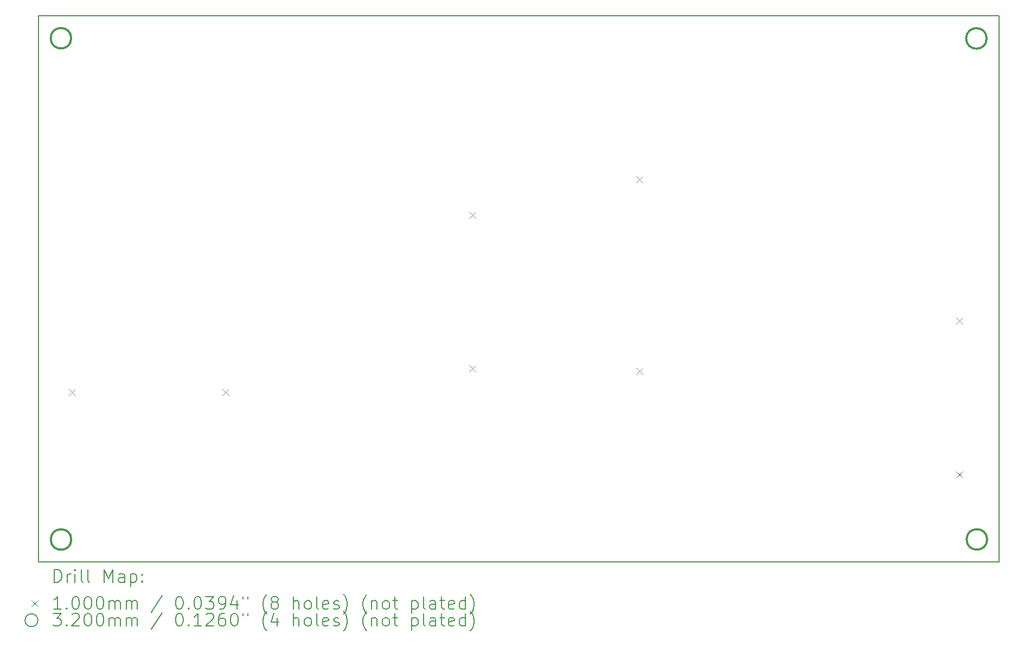
<source format=gbr>
%TF.GenerationSoftware,KiCad,Pcbnew,(6.0.9)*%
%TF.CreationDate,2022-12-05T20:21:47+01:00*%
%TF.ProjectId,projekt,70726f6a-656b-4742-9e6b-696361645f70,rev?*%
%TF.SameCoordinates,Original*%
%TF.FileFunction,Drillmap*%
%TF.FilePolarity,Positive*%
%FSLAX45Y45*%
G04 Gerber Fmt 4.5, Leading zero omitted, Abs format (unit mm)*
G04 Created by KiCad (PCBNEW (6.0.9)) date 2022-12-05 20:21:47*
%MOMM*%
%LPD*%
G01*
G04 APERTURE LIST*
%ADD10C,0.150000*%
%ADD11C,0.200000*%
%ADD12C,0.100000*%
%ADD13C,0.320000*%
G04 APERTURE END LIST*
D10*
X2000000Y-2000000D02*
X17000000Y-2000000D01*
X17000000Y-2000000D02*
X17000000Y-10533000D01*
X17000000Y-10533000D02*
X2000000Y-10533000D01*
X2000000Y-10533000D02*
X2000000Y-2000000D01*
D11*
D12*
X2474480Y-7833860D02*
X2574480Y-7933860D01*
X2574480Y-7833860D02*
X2474480Y-7933860D01*
X4874480Y-7833860D02*
X4974480Y-7933860D01*
X4974480Y-7833860D02*
X4874480Y-7933860D01*
X8728000Y-5063400D02*
X8828000Y-5163400D01*
X8828000Y-5063400D02*
X8728000Y-5163400D01*
X8728000Y-7463400D02*
X8828000Y-7563400D01*
X8828000Y-7463400D02*
X8728000Y-7563400D01*
X11332000Y-4503400D02*
X11432000Y-4603400D01*
X11432000Y-4503400D02*
X11332000Y-4603400D01*
X11332000Y-7503400D02*
X11432000Y-7603400D01*
X11432000Y-7503400D02*
X11332000Y-7603400D01*
X16328000Y-6714600D02*
X16428000Y-6814600D01*
X16428000Y-6714600D02*
X16328000Y-6814600D01*
X16328000Y-9114600D02*
X16428000Y-9214600D01*
X16428000Y-9114600D02*
X16328000Y-9214600D01*
D13*
X2513000Y-2350000D02*
G75*
G03*
X2513000Y-2350000I-160000J0D01*
G01*
X2514580Y-10182860D02*
G75*
G03*
X2514580Y-10182860I-160000J0D01*
G01*
X16804000Y-2353000D02*
G75*
G03*
X16804000Y-2353000I-160000J0D01*
G01*
X16811000Y-10181000D02*
G75*
G03*
X16811000Y-10181000I-160000J0D01*
G01*
D11*
X2250119Y-10850976D02*
X2250119Y-10650976D01*
X2297738Y-10650976D01*
X2326310Y-10660500D01*
X2345357Y-10679548D01*
X2354881Y-10698595D01*
X2364405Y-10736690D01*
X2364405Y-10765262D01*
X2354881Y-10803357D01*
X2345357Y-10822405D01*
X2326310Y-10841452D01*
X2297738Y-10850976D01*
X2250119Y-10850976D01*
X2450119Y-10850976D02*
X2450119Y-10717643D01*
X2450119Y-10755738D02*
X2459643Y-10736690D01*
X2469167Y-10727167D01*
X2488214Y-10717643D01*
X2507262Y-10717643D01*
X2573929Y-10850976D02*
X2573929Y-10717643D01*
X2573929Y-10650976D02*
X2564405Y-10660500D01*
X2573929Y-10670024D01*
X2583452Y-10660500D01*
X2573929Y-10650976D01*
X2573929Y-10670024D01*
X2697738Y-10850976D02*
X2678690Y-10841452D01*
X2669167Y-10822405D01*
X2669167Y-10650976D01*
X2802500Y-10850976D02*
X2783452Y-10841452D01*
X2773929Y-10822405D01*
X2773929Y-10650976D01*
X3031071Y-10850976D02*
X3031071Y-10650976D01*
X3097738Y-10793833D01*
X3164405Y-10650976D01*
X3164405Y-10850976D01*
X3345357Y-10850976D02*
X3345357Y-10746214D01*
X3335833Y-10727167D01*
X3316786Y-10717643D01*
X3278690Y-10717643D01*
X3259643Y-10727167D01*
X3345357Y-10841452D02*
X3326309Y-10850976D01*
X3278690Y-10850976D01*
X3259643Y-10841452D01*
X3250119Y-10822405D01*
X3250119Y-10803357D01*
X3259643Y-10784310D01*
X3278690Y-10774786D01*
X3326309Y-10774786D01*
X3345357Y-10765262D01*
X3440595Y-10717643D02*
X3440595Y-10917643D01*
X3440595Y-10727167D02*
X3459643Y-10717643D01*
X3497738Y-10717643D01*
X3516786Y-10727167D01*
X3526309Y-10736690D01*
X3535833Y-10755738D01*
X3535833Y-10812881D01*
X3526309Y-10831929D01*
X3516786Y-10841452D01*
X3497738Y-10850976D01*
X3459643Y-10850976D01*
X3440595Y-10841452D01*
X3621548Y-10831929D02*
X3631071Y-10841452D01*
X3621548Y-10850976D01*
X3612024Y-10841452D01*
X3621548Y-10831929D01*
X3621548Y-10850976D01*
X3621548Y-10727167D02*
X3631071Y-10736690D01*
X3621548Y-10746214D01*
X3612024Y-10736690D01*
X3621548Y-10727167D01*
X3621548Y-10746214D01*
D12*
X1892500Y-11130500D02*
X1992500Y-11230500D01*
X1992500Y-11130500D02*
X1892500Y-11230500D01*
D11*
X2354881Y-11270976D02*
X2240595Y-11270976D01*
X2297738Y-11270976D02*
X2297738Y-11070976D01*
X2278690Y-11099548D01*
X2259643Y-11118595D01*
X2240595Y-11128119D01*
X2440595Y-11251928D02*
X2450119Y-11261452D01*
X2440595Y-11270976D01*
X2431071Y-11261452D01*
X2440595Y-11251928D01*
X2440595Y-11270976D01*
X2573929Y-11070976D02*
X2592976Y-11070976D01*
X2612024Y-11080500D01*
X2621548Y-11090024D01*
X2631071Y-11109071D01*
X2640595Y-11147167D01*
X2640595Y-11194786D01*
X2631071Y-11232881D01*
X2621548Y-11251928D01*
X2612024Y-11261452D01*
X2592976Y-11270976D01*
X2573929Y-11270976D01*
X2554881Y-11261452D01*
X2545357Y-11251928D01*
X2535833Y-11232881D01*
X2526310Y-11194786D01*
X2526310Y-11147167D01*
X2535833Y-11109071D01*
X2545357Y-11090024D01*
X2554881Y-11080500D01*
X2573929Y-11070976D01*
X2764405Y-11070976D02*
X2783452Y-11070976D01*
X2802500Y-11080500D01*
X2812024Y-11090024D01*
X2821548Y-11109071D01*
X2831071Y-11147167D01*
X2831071Y-11194786D01*
X2821548Y-11232881D01*
X2812024Y-11251928D01*
X2802500Y-11261452D01*
X2783452Y-11270976D01*
X2764405Y-11270976D01*
X2745357Y-11261452D01*
X2735833Y-11251928D01*
X2726310Y-11232881D01*
X2716786Y-11194786D01*
X2716786Y-11147167D01*
X2726310Y-11109071D01*
X2735833Y-11090024D01*
X2745357Y-11080500D01*
X2764405Y-11070976D01*
X2954881Y-11070976D02*
X2973928Y-11070976D01*
X2992976Y-11080500D01*
X3002500Y-11090024D01*
X3012024Y-11109071D01*
X3021548Y-11147167D01*
X3021548Y-11194786D01*
X3012024Y-11232881D01*
X3002500Y-11251928D01*
X2992976Y-11261452D01*
X2973928Y-11270976D01*
X2954881Y-11270976D01*
X2935833Y-11261452D01*
X2926309Y-11251928D01*
X2916786Y-11232881D01*
X2907262Y-11194786D01*
X2907262Y-11147167D01*
X2916786Y-11109071D01*
X2926309Y-11090024D01*
X2935833Y-11080500D01*
X2954881Y-11070976D01*
X3107262Y-11270976D02*
X3107262Y-11137643D01*
X3107262Y-11156690D02*
X3116786Y-11147167D01*
X3135833Y-11137643D01*
X3164405Y-11137643D01*
X3183452Y-11147167D01*
X3192976Y-11166214D01*
X3192976Y-11270976D01*
X3192976Y-11166214D02*
X3202500Y-11147167D01*
X3221548Y-11137643D01*
X3250119Y-11137643D01*
X3269167Y-11147167D01*
X3278690Y-11166214D01*
X3278690Y-11270976D01*
X3373928Y-11270976D02*
X3373928Y-11137643D01*
X3373928Y-11156690D02*
X3383452Y-11147167D01*
X3402500Y-11137643D01*
X3431071Y-11137643D01*
X3450119Y-11147167D01*
X3459643Y-11166214D01*
X3459643Y-11270976D01*
X3459643Y-11166214D02*
X3469167Y-11147167D01*
X3488214Y-11137643D01*
X3516786Y-11137643D01*
X3535833Y-11147167D01*
X3545357Y-11166214D01*
X3545357Y-11270976D01*
X3935833Y-11061452D02*
X3764405Y-11318595D01*
X4192976Y-11070976D02*
X4212024Y-11070976D01*
X4231071Y-11080500D01*
X4240595Y-11090024D01*
X4250119Y-11109071D01*
X4259643Y-11147167D01*
X4259643Y-11194786D01*
X4250119Y-11232881D01*
X4240595Y-11251928D01*
X4231071Y-11261452D01*
X4212024Y-11270976D01*
X4192976Y-11270976D01*
X4173928Y-11261452D01*
X4164405Y-11251928D01*
X4154881Y-11232881D01*
X4145357Y-11194786D01*
X4145357Y-11147167D01*
X4154881Y-11109071D01*
X4164405Y-11090024D01*
X4173928Y-11080500D01*
X4192976Y-11070976D01*
X4345357Y-11251928D02*
X4354881Y-11261452D01*
X4345357Y-11270976D01*
X4335833Y-11261452D01*
X4345357Y-11251928D01*
X4345357Y-11270976D01*
X4478690Y-11070976D02*
X4497738Y-11070976D01*
X4516786Y-11080500D01*
X4526310Y-11090024D01*
X4535833Y-11109071D01*
X4545357Y-11147167D01*
X4545357Y-11194786D01*
X4535833Y-11232881D01*
X4526310Y-11251928D01*
X4516786Y-11261452D01*
X4497738Y-11270976D01*
X4478690Y-11270976D01*
X4459643Y-11261452D01*
X4450119Y-11251928D01*
X4440595Y-11232881D01*
X4431071Y-11194786D01*
X4431071Y-11147167D01*
X4440595Y-11109071D01*
X4450119Y-11090024D01*
X4459643Y-11080500D01*
X4478690Y-11070976D01*
X4612024Y-11070976D02*
X4735833Y-11070976D01*
X4669167Y-11147167D01*
X4697738Y-11147167D01*
X4716786Y-11156690D01*
X4726310Y-11166214D01*
X4735833Y-11185262D01*
X4735833Y-11232881D01*
X4726310Y-11251928D01*
X4716786Y-11261452D01*
X4697738Y-11270976D01*
X4640595Y-11270976D01*
X4621548Y-11261452D01*
X4612024Y-11251928D01*
X4831071Y-11270976D02*
X4869167Y-11270976D01*
X4888214Y-11261452D01*
X4897738Y-11251928D01*
X4916786Y-11223357D01*
X4926310Y-11185262D01*
X4926310Y-11109071D01*
X4916786Y-11090024D01*
X4907262Y-11080500D01*
X4888214Y-11070976D01*
X4850119Y-11070976D01*
X4831071Y-11080500D01*
X4821548Y-11090024D01*
X4812024Y-11109071D01*
X4812024Y-11156690D01*
X4821548Y-11175738D01*
X4831071Y-11185262D01*
X4850119Y-11194786D01*
X4888214Y-11194786D01*
X4907262Y-11185262D01*
X4916786Y-11175738D01*
X4926310Y-11156690D01*
X5097738Y-11137643D02*
X5097738Y-11270976D01*
X5050119Y-11061452D02*
X5002500Y-11204309D01*
X5126310Y-11204309D01*
X5192976Y-11070976D02*
X5192976Y-11109071D01*
X5269167Y-11070976D02*
X5269167Y-11109071D01*
X5564405Y-11347167D02*
X5554881Y-11337643D01*
X5535833Y-11309071D01*
X5526310Y-11290024D01*
X5516786Y-11261452D01*
X5507262Y-11213833D01*
X5507262Y-11175738D01*
X5516786Y-11128119D01*
X5526310Y-11099548D01*
X5535833Y-11080500D01*
X5554881Y-11051929D01*
X5564405Y-11042405D01*
X5669167Y-11156690D02*
X5650119Y-11147167D01*
X5640595Y-11137643D01*
X5631071Y-11118595D01*
X5631071Y-11109071D01*
X5640595Y-11090024D01*
X5650119Y-11080500D01*
X5669167Y-11070976D01*
X5707262Y-11070976D01*
X5726309Y-11080500D01*
X5735833Y-11090024D01*
X5745357Y-11109071D01*
X5745357Y-11118595D01*
X5735833Y-11137643D01*
X5726309Y-11147167D01*
X5707262Y-11156690D01*
X5669167Y-11156690D01*
X5650119Y-11166214D01*
X5640595Y-11175738D01*
X5631071Y-11194786D01*
X5631071Y-11232881D01*
X5640595Y-11251928D01*
X5650119Y-11261452D01*
X5669167Y-11270976D01*
X5707262Y-11270976D01*
X5726309Y-11261452D01*
X5735833Y-11251928D01*
X5745357Y-11232881D01*
X5745357Y-11194786D01*
X5735833Y-11175738D01*
X5726309Y-11166214D01*
X5707262Y-11156690D01*
X5983452Y-11270976D02*
X5983452Y-11070976D01*
X6069167Y-11270976D02*
X6069167Y-11166214D01*
X6059643Y-11147167D01*
X6040595Y-11137643D01*
X6012024Y-11137643D01*
X5992976Y-11147167D01*
X5983452Y-11156690D01*
X6192976Y-11270976D02*
X6173928Y-11261452D01*
X6164405Y-11251928D01*
X6154881Y-11232881D01*
X6154881Y-11175738D01*
X6164405Y-11156690D01*
X6173928Y-11147167D01*
X6192976Y-11137643D01*
X6221548Y-11137643D01*
X6240595Y-11147167D01*
X6250119Y-11156690D01*
X6259643Y-11175738D01*
X6259643Y-11232881D01*
X6250119Y-11251928D01*
X6240595Y-11261452D01*
X6221548Y-11270976D01*
X6192976Y-11270976D01*
X6373928Y-11270976D02*
X6354881Y-11261452D01*
X6345357Y-11242405D01*
X6345357Y-11070976D01*
X6526309Y-11261452D02*
X6507262Y-11270976D01*
X6469167Y-11270976D01*
X6450119Y-11261452D01*
X6440595Y-11242405D01*
X6440595Y-11166214D01*
X6450119Y-11147167D01*
X6469167Y-11137643D01*
X6507262Y-11137643D01*
X6526309Y-11147167D01*
X6535833Y-11166214D01*
X6535833Y-11185262D01*
X6440595Y-11204309D01*
X6612024Y-11261452D02*
X6631071Y-11270976D01*
X6669167Y-11270976D01*
X6688214Y-11261452D01*
X6697738Y-11242405D01*
X6697738Y-11232881D01*
X6688214Y-11213833D01*
X6669167Y-11204309D01*
X6640595Y-11204309D01*
X6621548Y-11194786D01*
X6612024Y-11175738D01*
X6612024Y-11166214D01*
X6621548Y-11147167D01*
X6640595Y-11137643D01*
X6669167Y-11137643D01*
X6688214Y-11147167D01*
X6764405Y-11347167D02*
X6773928Y-11337643D01*
X6792976Y-11309071D01*
X6802500Y-11290024D01*
X6812024Y-11261452D01*
X6821548Y-11213833D01*
X6821548Y-11175738D01*
X6812024Y-11128119D01*
X6802500Y-11099548D01*
X6792976Y-11080500D01*
X6773928Y-11051929D01*
X6764405Y-11042405D01*
X7126309Y-11347167D02*
X7116786Y-11337643D01*
X7097738Y-11309071D01*
X7088214Y-11290024D01*
X7078690Y-11261452D01*
X7069167Y-11213833D01*
X7069167Y-11175738D01*
X7078690Y-11128119D01*
X7088214Y-11099548D01*
X7097738Y-11080500D01*
X7116786Y-11051929D01*
X7126309Y-11042405D01*
X7202500Y-11137643D02*
X7202500Y-11270976D01*
X7202500Y-11156690D02*
X7212024Y-11147167D01*
X7231071Y-11137643D01*
X7259643Y-11137643D01*
X7278690Y-11147167D01*
X7288214Y-11166214D01*
X7288214Y-11270976D01*
X7412024Y-11270976D02*
X7392976Y-11261452D01*
X7383452Y-11251928D01*
X7373928Y-11232881D01*
X7373928Y-11175738D01*
X7383452Y-11156690D01*
X7392976Y-11147167D01*
X7412024Y-11137643D01*
X7440595Y-11137643D01*
X7459643Y-11147167D01*
X7469167Y-11156690D01*
X7478690Y-11175738D01*
X7478690Y-11232881D01*
X7469167Y-11251928D01*
X7459643Y-11261452D01*
X7440595Y-11270976D01*
X7412024Y-11270976D01*
X7535833Y-11137643D02*
X7612024Y-11137643D01*
X7564405Y-11070976D02*
X7564405Y-11242405D01*
X7573928Y-11261452D01*
X7592976Y-11270976D01*
X7612024Y-11270976D01*
X7831071Y-11137643D02*
X7831071Y-11337643D01*
X7831071Y-11147167D02*
X7850119Y-11137643D01*
X7888214Y-11137643D01*
X7907262Y-11147167D01*
X7916786Y-11156690D01*
X7926309Y-11175738D01*
X7926309Y-11232881D01*
X7916786Y-11251928D01*
X7907262Y-11261452D01*
X7888214Y-11270976D01*
X7850119Y-11270976D01*
X7831071Y-11261452D01*
X8040595Y-11270976D02*
X8021548Y-11261452D01*
X8012024Y-11242405D01*
X8012024Y-11070976D01*
X8202500Y-11270976D02*
X8202500Y-11166214D01*
X8192976Y-11147167D01*
X8173928Y-11137643D01*
X8135833Y-11137643D01*
X8116786Y-11147167D01*
X8202500Y-11261452D02*
X8183452Y-11270976D01*
X8135833Y-11270976D01*
X8116786Y-11261452D01*
X8107262Y-11242405D01*
X8107262Y-11223357D01*
X8116786Y-11204309D01*
X8135833Y-11194786D01*
X8183452Y-11194786D01*
X8202500Y-11185262D01*
X8269167Y-11137643D02*
X8345357Y-11137643D01*
X8297738Y-11070976D02*
X8297738Y-11242405D01*
X8307262Y-11261452D01*
X8326309Y-11270976D01*
X8345357Y-11270976D01*
X8488214Y-11261452D02*
X8469167Y-11270976D01*
X8431071Y-11270976D01*
X8412024Y-11261452D01*
X8402500Y-11242405D01*
X8402500Y-11166214D01*
X8412024Y-11147167D01*
X8431071Y-11137643D01*
X8469167Y-11137643D01*
X8488214Y-11147167D01*
X8497738Y-11166214D01*
X8497738Y-11185262D01*
X8402500Y-11204309D01*
X8669167Y-11270976D02*
X8669167Y-11070976D01*
X8669167Y-11261452D02*
X8650119Y-11270976D01*
X8612024Y-11270976D01*
X8592976Y-11261452D01*
X8583452Y-11251928D01*
X8573929Y-11232881D01*
X8573929Y-11175738D01*
X8583452Y-11156690D01*
X8592976Y-11147167D01*
X8612024Y-11137643D01*
X8650119Y-11137643D01*
X8669167Y-11147167D01*
X8745357Y-11347167D02*
X8754881Y-11337643D01*
X8773929Y-11309071D01*
X8783452Y-11290024D01*
X8792976Y-11261452D01*
X8802500Y-11213833D01*
X8802500Y-11175738D01*
X8792976Y-11128119D01*
X8783452Y-11099548D01*
X8773929Y-11080500D01*
X8754881Y-11051929D01*
X8745357Y-11042405D01*
X1992500Y-11444500D02*
G75*
G03*
X1992500Y-11444500I-100000J0D01*
G01*
X2231071Y-11334976D02*
X2354881Y-11334976D01*
X2288214Y-11411167D01*
X2316786Y-11411167D01*
X2335833Y-11420690D01*
X2345357Y-11430214D01*
X2354881Y-11449262D01*
X2354881Y-11496881D01*
X2345357Y-11515928D01*
X2335833Y-11525452D01*
X2316786Y-11534976D01*
X2259643Y-11534976D01*
X2240595Y-11525452D01*
X2231071Y-11515928D01*
X2440595Y-11515928D02*
X2450119Y-11525452D01*
X2440595Y-11534976D01*
X2431071Y-11525452D01*
X2440595Y-11515928D01*
X2440595Y-11534976D01*
X2526310Y-11354024D02*
X2535833Y-11344500D01*
X2554881Y-11334976D01*
X2602500Y-11334976D01*
X2621548Y-11344500D01*
X2631071Y-11354024D01*
X2640595Y-11373071D01*
X2640595Y-11392119D01*
X2631071Y-11420690D01*
X2516786Y-11534976D01*
X2640595Y-11534976D01*
X2764405Y-11334976D02*
X2783452Y-11334976D01*
X2802500Y-11344500D01*
X2812024Y-11354024D01*
X2821548Y-11373071D01*
X2831071Y-11411167D01*
X2831071Y-11458786D01*
X2821548Y-11496881D01*
X2812024Y-11515928D01*
X2802500Y-11525452D01*
X2783452Y-11534976D01*
X2764405Y-11534976D01*
X2745357Y-11525452D01*
X2735833Y-11515928D01*
X2726310Y-11496881D01*
X2716786Y-11458786D01*
X2716786Y-11411167D01*
X2726310Y-11373071D01*
X2735833Y-11354024D01*
X2745357Y-11344500D01*
X2764405Y-11334976D01*
X2954881Y-11334976D02*
X2973928Y-11334976D01*
X2992976Y-11344500D01*
X3002500Y-11354024D01*
X3012024Y-11373071D01*
X3021548Y-11411167D01*
X3021548Y-11458786D01*
X3012024Y-11496881D01*
X3002500Y-11515928D01*
X2992976Y-11525452D01*
X2973928Y-11534976D01*
X2954881Y-11534976D01*
X2935833Y-11525452D01*
X2926309Y-11515928D01*
X2916786Y-11496881D01*
X2907262Y-11458786D01*
X2907262Y-11411167D01*
X2916786Y-11373071D01*
X2926309Y-11354024D01*
X2935833Y-11344500D01*
X2954881Y-11334976D01*
X3107262Y-11534976D02*
X3107262Y-11401643D01*
X3107262Y-11420690D02*
X3116786Y-11411167D01*
X3135833Y-11401643D01*
X3164405Y-11401643D01*
X3183452Y-11411167D01*
X3192976Y-11430214D01*
X3192976Y-11534976D01*
X3192976Y-11430214D02*
X3202500Y-11411167D01*
X3221548Y-11401643D01*
X3250119Y-11401643D01*
X3269167Y-11411167D01*
X3278690Y-11430214D01*
X3278690Y-11534976D01*
X3373928Y-11534976D02*
X3373928Y-11401643D01*
X3373928Y-11420690D02*
X3383452Y-11411167D01*
X3402500Y-11401643D01*
X3431071Y-11401643D01*
X3450119Y-11411167D01*
X3459643Y-11430214D01*
X3459643Y-11534976D01*
X3459643Y-11430214D02*
X3469167Y-11411167D01*
X3488214Y-11401643D01*
X3516786Y-11401643D01*
X3535833Y-11411167D01*
X3545357Y-11430214D01*
X3545357Y-11534976D01*
X3935833Y-11325452D02*
X3764405Y-11582595D01*
X4192976Y-11334976D02*
X4212024Y-11334976D01*
X4231071Y-11344500D01*
X4240595Y-11354024D01*
X4250119Y-11373071D01*
X4259643Y-11411167D01*
X4259643Y-11458786D01*
X4250119Y-11496881D01*
X4240595Y-11515928D01*
X4231071Y-11525452D01*
X4212024Y-11534976D01*
X4192976Y-11534976D01*
X4173928Y-11525452D01*
X4164405Y-11515928D01*
X4154881Y-11496881D01*
X4145357Y-11458786D01*
X4145357Y-11411167D01*
X4154881Y-11373071D01*
X4164405Y-11354024D01*
X4173928Y-11344500D01*
X4192976Y-11334976D01*
X4345357Y-11515928D02*
X4354881Y-11525452D01*
X4345357Y-11534976D01*
X4335833Y-11525452D01*
X4345357Y-11515928D01*
X4345357Y-11534976D01*
X4545357Y-11534976D02*
X4431071Y-11534976D01*
X4488214Y-11534976D02*
X4488214Y-11334976D01*
X4469167Y-11363548D01*
X4450119Y-11382595D01*
X4431071Y-11392119D01*
X4621548Y-11354024D02*
X4631071Y-11344500D01*
X4650119Y-11334976D01*
X4697738Y-11334976D01*
X4716786Y-11344500D01*
X4726310Y-11354024D01*
X4735833Y-11373071D01*
X4735833Y-11392119D01*
X4726310Y-11420690D01*
X4612024Y-11534976D01*
X4735833Y-11534976D01*
X4907262Y-11334976D02*
X4869167Y-11334976D01*
X4850119Y-11344500D01*
X4840595Y-11354024D01*
X4821548Y-11382595D01*
X4812024Y-11420690D01*
X4812024Y-11496881D01*
X4821548Y-11515928D01*
X4831071Y-11525452D01*
X4850119Y-11534976D01*
X4888214Y-11534976D01*
X4907262Y-11525452D01*
X4916786Y-11515928D01*
X4926310Y-11496881D01*
X4926310Y-11449262D01*
X4916786Y-11430214D01*
X4907262Y-11420690D01*
X4888214Y-11411167D01*
X4850119Y-11411167D01*
X4831071Y-11420690D01*
X4821548Y-11430214D01*
X4812024Y-11449262D01*
X5050119Y-11334976D02*
X5069167Y-11334976D01*
X5088214Y-11344500D01*
X5097738Y-11354024D01*
X5107262Y-11373071D01*
X5116786Y-11411167D01*
X5116786Y-11458786D01*
X5107262Y-11496881D01*
X5097738Y-11515928D01*
X5088214Y-11525452D01*
X5069167Y-11534976D01*
X5050119Y-11534976D01*
X5031071Y-11525452D01*
X5021548Y-11515928D01*
X5012024Y-11496881D01*
X5002500Y-11458786D01*
X5002500Y-11411167D01*
X5012024Y-11373071D01*
X5021548Y-11354024D01*
X5031071Y-11344500D01*
X5050119Y-11334976D01*
X5192976Y-11334976D02*
X5192976Y-11373071D01*
X5269167Y-11334976D02*
X5269167Y-11373071D01*
X5564405Y-11611167D02*
X5554881Y-11601643D01*
X5535833Y-11573071D01*
X5526310Y-11554024D01*
X5516786Y-11525452D01*
X5507262Y-11477833D01*
X5507262Y-11439738D01*
X5516786Y-11392119D01*
X5526310Y-11363548D01*
X5535833Y-11344500D01*
X5554881Y-11315928D01*
X5564405Y-11306405D01*
X5726309Y-11401643D02*
X5726309Y-11534976D01*
X5678690Y-11325452D02*
X5631071Y-11468309D01*
X5754881Y-11468309D01*
X5983452Y-11534976D02*
X5983452Y-11334976D01*
X6069167Y-11534976D02*
X6069167Y-11430214D01*
X6059643Y-11411167D01*
X6040595Y-11401643D01*
X6012024Y-11401643D01*
X5992976Y-11411167D01*
X5983452Y-11420690D01*
X6192976Y-11534976D02*
X6173928Y-11525452D01*
X6164405Y-11515928D01*
X6154881Y-11496881D01*
X6154881Y-11439738D01*
X6164405Y-11420690D01*
X6173928Y-11411167D01*
X6192976Y-11401643D01*
X6221548Y-11401643D01*
X6240595Y-11411167D01*
X6250119Y-11420690D01*
X6259643Y-11439738D01*
X6259643Y-11496881D01*
X6250119Y-11515928D01*
X6240595Y-11525452D01*
X6221548Y-11534976D01*
X6192976Y-11534976D01*
X6373928Y-11534976D02*
X6354881Y-11525452D01*
X6345357Y-11506405D01*
X6345357Y-11334976D01*
X6526309Y-11525452D02*
X6507262Y-11534976D01*
X6469167Y-11534976D01*
X6450119Y-11525452D01*
X6440595Y-11506405D01*
X6440595Y-11430214D01*
X6450119Y-11411167D01*
X6469167Y-11401643D01*
X6507262Y-11401643D01*
X6526309Y-11411167D01*
X6535833Y-11430214D01*
X6535833Y-11449262D01*
X6440595Y-11468309D01*
X6612024Y-11525452D02*
X6631071Y-11534976D01*
X6669167Y-11534976D01*
X6688214Y-11525452D01*
X6697738Y-11506405D01*
X6697738Y-11496881D01*
X6688214Y-11477833D01*
X6669167Y-11468309D01*
X6640595Y-11468309D01*
X6621548Y-11458786D01*
X6612024Y-11439738D01*
X6612024Y-11430214D01*
X6621548Y-11411167D01*
X6640595Y-11401643D01*
X6669167Y-11401643D01*
X6688214Y-11411167D01*
X6764405Y-11611167D02*
X6773928Y-11601643D01*
X6792976Y-11573071D01*
X6802500Y-11554024D01*
X6812024Y-11525452D01*
X6821548Y-11477833D01*
X6821548Y-11439738D01*
X6812024Y-11392119D01*
X6802500Y-11363548D01*
X6792976Y-11344500D01*
X6773928Y-11315928D01*
X6764405Y-11306405D01*
X7126309Y-11611167D02*
X7116786Y-11601643D01*
X7097738Y-11573071D01*
X7088214Y-11554024D01*
X7078690Y-11525452D01*
X7069167Y-11477833D01*
X7069167Y-11439738D01*
X7078690Y-11392119D01*
X7088214Y-11363548D01*
X7097738Y-11344500D01*
X7116786Y-11315928D01*
X7126309Y-11306405D01*
X7202500Y-11401643D02*
X7202500Y-11534976D01*
X7202500Y-11420690D02*
X7212024Y-11411167D01*
X7231071Y-11401643D01*
X7259643Y-11401643D01*
X7278690Y-11411167D01*
X7288214Y-11430214D01*
X7288214Y-11534976D01*
X7412024Y-11534976D02*
X7392976Y-11525452D01*
X7383452Y-11515928D01*
X7373928Y-11496881D01*
X7373928Y-11439738D01*
X7383452Y-11420690D01*
X7392976Y-11411167D01*
X7412024Y-11401643D01*
X7440595Y-11401643D01*
X7459643Y-11411167D01*
X7469167Y-11420690D01*
X7478690Y-11439738D01*
X7478690Y-11496881D01*
X7469167Y-11515928D01*
X7459643Y-11525452D01*
X7440595Y-11534976D01*
X7412024Y-11534976D01*
X7535833Y-11401643D02*
X7612024Y-11401643D01*
X7564405Y-11334976D02*
X7564405Y-11506405D01*
X7573928Y-11525452D01*
X7592976Y-11534976D01*
X7612024Y-11534976D01*
X7831071Y-11401643D02*
X7831071Y-11601643D01*
X7831071Y-11411167D02*
X7850119Y-11401643D01*
X7888214Y-11401643D01*
X7907262Y-11411167D01*
X7916786Y-11420690D01*
X7926309Y-11439738D01*
X7926309Y-11496881D01*
X7916786Y-11515928D01*
X7907262Y-11525452D01*
X7888214Y-11534976D01*
X7850119Y-11534976D01*
X7831071Y-11525452D01*
X8040595Y-11534976D02*
X8021548Y-11525452D01*
X8012024Y-11506405D01*
X8012024Y-11334976D01*
X8202500Y-11534976D02*
X8202500Y-11430214D01*
X8192976Y-11411167D01*
X8173928Y-11401643D01*
X8135833Y-11401643D01*
X8116786Y-11411167D01*
X8202500Y-11525452D02*
X8183452Y-11534976D01*
X8135833Y-11534976D01*
X8116786Y-11525452D01*
X8107262Y-11506405D01*
X8107262Y-11487357D01*
X8116786Y-11468309D01*
X8135833Y-11458786D01*
X8183452Y-11458786D01*
X8202500Y-11449262D01*
X8269167Y-11401643D02*
X8345357Y-11401643D01*
X8297738Y-11334976D02*
X8297738Y-11506405D01*
X8307262Y-11525452D01*
X8326309Y-11534976D01*
X8345357Y-11534976D01*
X8488214Y-11525452D02*
X8469167Y-11534976D01*
X8431071Y-11534976D01*
X8412024Y-11525452D01*
X8402500Y-11506405D01*
X8402500Y-11430214D01*
X8412024Y-11411167D01*
X8431071Y-11401643D01*
X8469167Y-11401643D01*
X8488214Y-11411167D01*
X8497738Y-11430214D01*
X8497738Y-11449262D01*
X8402500Y-11468309D01*
X8669167Y-11534976D02*
X8669167Y-11334976D01*
X8669167Y-11525452D02*
X8650119Y-11534976D01*
X8612024Y-11534976D01*
X8592976Y-11525452D01*
X8583452Y-11515928D01*
X8573929Y-11496881D01*
X8573929Y-11439738D01*
X8583452Y-11420690D01*
X8592976Y-11411167D01*
X8612024Y-11401643D01*
X8650119Y-11401643D01*
X8669167Y-11411167D01*
X8745357Y-11611167D02*
X8754881Y-11601643D01*
X8773929Y-11573071D01*
X8783452Y-11554024D01*
X8792976Y-11525452D01*
X8802500Y-11477833D01*
X8802500Y-11439738D01*
X8792976Y-11392119D01*
X8783452Y-11363548D01*
X8773929Y-11344500D01*
X8754881Y-11315928D01*
X8745357Y-11306405D01*
M02*

</source>
